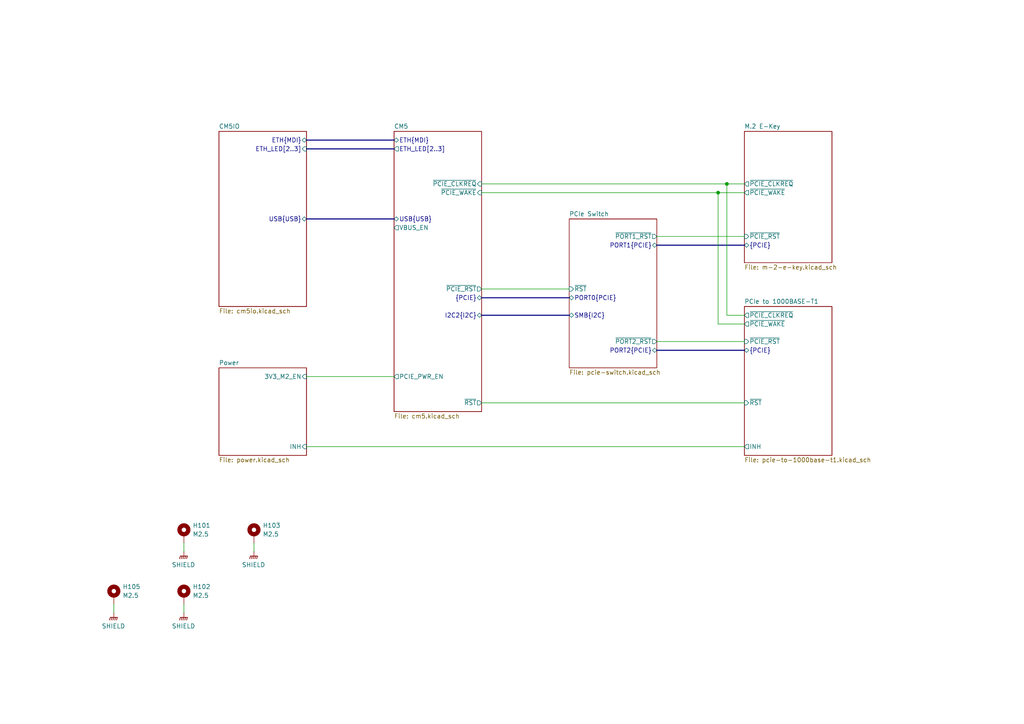
<source format=kicad_sch>
(kicad_sch
	(version 20250114)
	(generator "eeschema")
	(generator_version "9.0")
	(uuid "f91ec272-d09a-4038-bbbb-962739a92c51")
	(paper "A4")
	(lib_symbols
		(symbol "Mechanical:MountingHole_Pad"
			(pin_numbers
				(hide yes)
			)
			(pin_names
				(offset 1.016)
				(hide yes)
			)
			(exclude_from_sim yes)
			(in_bom no)
			(on_board yes)
			(property "Reference" "H"
				(at 0 6.35 0)
				(effects
					(font
						(size 1.27 1.27)
					)
				)
			)
			(property "Value" "MountingHole_Pad"
				(at 0 4.445 0)
				(effects
					(font
						(size 1.27 1.27)
					)
				)
			)
			(property "Footprint" ""
				(at 0 0 0)
				(effects
					(font
						(size 1.27 1.27)
					)
					(hide yes)
				)
			)
			(property "Datasheet" "~"
				(at 0 0 0)
				(effects
					(font
						(size 1.27 1.27)
					)
					(hide yes)
				)
			)
			(property "Description" "Mounting Hole with connection"
				(at 0 0 0)
				(effects
					(font
						(size 1.27 1.27)
					)
					(hide yes)
				)
			)
			(property "ki_keywords" "mounting hole"
				(at 0 0 0)
				(effects
					(font
						(size 1.27 1.27)
					)
					(hide yes)
				)
			)
			(property "ki_fp_filters" "MountingHole*Pad*"
				(at 0 0 0)
				(effects
					(font
						(size 1.27 1.27)
					)
					(hide yes)
				)
			)
			(symbol "MountingHole_Pad_0_1"
				(circle
					(center 0 1.27)
					(radius 1.27)
					(stroke
						(width 1.27)
						(type default)
					)
					(fill
						(type none)
					)
				)
			)
			(symbol "MountingHole_Pad_1_1"
				(pin input line
					(at 0 -2.54 90)
					(length 2.54)
					(name "1"
						(effects
							(font
								(size 1.27 1.27)
							)
						)
					)
					(number "1"
						(effects
							(font
								(size 1.27 1.27)
							)
						)
					)
				)
			)
			(embedded_fonts no)
		)
		(symbol "PWR-SYM:SHIELD"
			(power)
			(pin_numbers
				(hide yes)
			)
			(pin_names
				(offset 0)
				(hide yes)
			)
			(exclude_from_sim no)
			(in_bom yes)
			(on_board yes)
			(property "Reference" "#PWR"
				(at 0 -5.08 0)
				(effects
					(font
						(size 1.27 1.27)
					)
					(hide yes)
				)
			)
			(property "Value" "SHIELD"
				(at 0 -3.302 0)
				(effects
					(font
						(size 1.27 1.27)
					)
				)
			)
			(property "Footprint" ""
				(at 0 -1.27 0)
				(effects
					(font
						(size 1.27 1.27)
					)
					(hide yes)
				)
			)
			(property "Datasheet" ""
				(at 0 -1.27 0)
				(effects
					(font
						(size 1.27 1.27)
					)
					(hide yes)
				)
			)
			(property "Description" "Power symbol creates a global label with name \"SHIELD\" , global ground"
				(at 0 0 0)
				(effects
					(font
						(size 1.27 1.27)
					)
					(hide yes)
				)
			)
			(property "ki_keywords" "global ground"
				(at 0 0 0)
				(effects
					(font
						(size 1.27 1.27)
					)
					(hide yes)
				)
			)
			(symbol "SHIELD_0_1"
				(polyline
					(pts
						(xy -1.016 -1.27) (xy -1.27 -2.032) (xy -1.27 -2.032)
					)
					(stroke
						(width 0.2032)
						(type default)
					)
					(fill
						(type none)
					)
				)
				(polyline
					(pts
						(xy -0.508 -1.27) (xy -0.762 -2.032) (xy -0.762 -2.032)
					)
					(stroke
						(width 0.2032)
						(type default)
					)
					(fill
						(type none)
					)
				)
				(polyline
					(pts
						(xy 0 -1.27) (xy 0 0)
					)
					(stroke
						(width 0)
						(type default)
					)
					(fill
						(type none)
					)
				)
				(polyline
					(pts
						(xy 0 -1.27) (xy -0.254 -2.032) (xy -0.254 -2.032)
					)
					(stroke
						(width 0.2032)
						(type default)
					)
					(fill
						(type none)
					)
				)
				(polyline
					(pts
						(xy 0.508 -1.27) (xy 0.254 -2.032) (xy 0.254 -2.032)
					)
					(stroke
						(width 0.2032)
						(type default)
					)
					(fill
						(type none)
					)
				)
				(polyline
					(pts
						(xy 1.016 -1.27) (xy -1.016 -1.27) (xy -1.016 -1.27)
					)
					(stroke
						(width 0.2032)
						(type default)
					)
					(fill
						(type none)
					)
				)
				(polyline
					(pts
						(xy 1.016 -1.27) (xy 0.762 -2.032) (xy 0.762 -2.032) (xy 0.762 -2.032)
					)
					(stroke
						(width 0.2032)
						(type default)
					)
					(fill
						(type none)
					)
				)
			)
			(symbol "SHIELD_1_1"
				(pin power_in line
					(at 0 0 270)
					(length 0)
					(name "~"
						(effects
							(font
								(size 1.27 1.27)
							)
						)
					)
					(number "1"
						(effects
							(font
								(size 1.27 1.27)
							)
						)
					)
				)
			)
			(embedded_fonts no)
		)
	)
	(junction
		(at 210.82 53.34)
		(diameter 0)
		(color 0 0 0 0)
		(uuid "00caaa70-4afa-4008-a63b-d46dc98fa616")
	)
	(junction
		(at 208.28 55.88)
		(diameter 0)
		(color 0 0 0 0)
		(uuid "1c2a7974-d79a-4603-b8d3-99088120a935")
	)
	(wire
		(pts
			(xy 208.28 55.88) (xy 215.9 55.88)
		)
		(stroke
			(width 0)
			(type default)
		)
		(uuid "036ab37a-bb75-4910-b49f-5604c2f7c7c6")
	)
	(wire
		(pts
			(xy 139.7 83.82) (xy 165.1 83.82)
		)
		(stroke
			(width 0)
			(type default)
		)
		(uuid "0d972d24-0955-4aef-bfdd-03fd97e081d3")
	)
	(wire
		(pts
			(xy 53.34 157.48) (xy 53.34 160.02)
		)
		(stroke
			(width 0)
			(type default)
		)
		(uuid "1a5890be-0e15-4af0-8163-7be6d6050c54")
	)
	(bus
		(pts
			(xy 139.7 86.36) (xy 165.1 86.36)
		)
		(stroke
			(width 0)
			(type default)
		)
		(uuid "20280898-e4f7-4df9-9a07-08e74a0e5e50")
	)
	(bus
		(pts
			(xy 88.9 40.64) (xy 114.3 40.64)
		)
		(stroke
			(width 0)
			(type default)
		)
		(uuid "20da2f6b-bc9b-4b8e-93cf-25b421b26551")
	)
	(wire
		(pts
			(xy 33.02 175.26) (xy 33.02 177.8)
		)
		(stroke
			(width 0)
			(type default)
		)
		(uuid "2391b887-e0b5-44d4-92d2-2b43ffe7d87d")
	)
	(bus
		(pts
			(xy 88.9 63.5) (xy 114.3 63.5)
		)
		(stroke
			(width 0)
			(type default)
		)
		(uuid "279ebcfe-3034-4598-a4f2-1da06da2ce35")
	)
	(bus
		(pts
			(xy 88.9 43.18) (xy 114.3 43.18)
		)
		(stroke
			(width 0)
			(type default)
		)
		(uuid "34197787-48e1-404a-9ab2-dfc6d6131e63")
	)
	(wire
		(pts
			(xy 139.7 116.84) (xy 215.9 116.84)
		)
		(stroke
			(width 0)
			(type default)
		)
		(uuid "40b40c8d-83cf-4b9b-a232-e3c9df62cb68")
	)
	(wire
		(pts
			(xy 139.7 53.34) (xy 210.82 53.34)
		)
		(stroke
			(width 0)
			(type default)
		)
		(uuid "4320d526-1962-49d2-b1eb-3e82d11b3d88")
	)
	(wire
		(pts
			(xy 190.5 68.58) (xy 215.9 68.58)
		)
		(stroke
			(width 0)
			(type default)
		)
		(uuid "598b42a8-f472-48bd-a5fe-857c01af33ce")
	)
	(wire
		(pts
			(xy 208.28 55.88) (xy 208.28 93.98)
		)
		(stroke
			(width 0)
			(type default)
		)
		(uuid "5991fdb7-72f3-4cc7-887b-7f82c55de478")
	)
	(bus
		(pts
			(xy 139.7 91.44) (xy 165.1 91.44)
		)
		(stroke
			(width 0)
			(type default)
		)
		(uuid "5f6247b2-a84e-48e8-8a67-7ecec2a6efdb")
	)
	(wire
		(pts
			(xy 215.9 93.98) (xy 208.28 93.98)
		)
		(stroke
			(width 0)
			(type default)
		)
		(uuid "78ed1d3b-7ac8-4c50-b2d0-ca3ff66a0ab5")
	)
	(wire
		(pts
			(xy 88.9 109.22) (xy 114.3 109.22)
		)
		(stroke
			(width 0)
			(type default)
		)
		(uuid "796f17a7-299b-4236-8310-165e7643dcec")
	)
	(wire
		(pts
			(xy 210.82 91.44) (xy 210.82 53.34)
		)
		(stroke
			(width 0)
			(type default)
		)
		(uuid "81532308-30ba-49dc-8b6e-58ed12fb59a3")
	)
	(bus
		(pts
			(xy 190.5 101.6) (xy 215.9 101.6)
		)
		(stroke
			(width 0)
			(type default)
		)
		(uuid "8959948c-f218-4079-bd3f-c0ac701905f7")
	)
	(wire
		(pts
			(xy 215.9 91.44) (xy 210.82 91.44)
		)
		(stroke
			(width 0)
			(type default)
		)
		(uuid "9ec69d1b-4fd8-4f38-89f9-5874cc850266")
	)
	(wire
		(pts
			(xy 53.34 175.26) (xy 53.34 177.8)
		)
		(stroke
			(width 0)
			(type default)
		)
		(uuid "a11059c2-14a3-4900-a5b1-e80241901760")
	)
	(bus
		(pts
			(xy 190.5 71.12) (xy 215.9 71.12)
		)
		(stroke
			(width 0)
			(type default)
		)
		(uuid "a8140ade-5c37-41b0-8bbc-c81e745a7ca0")
	)
	(wire
		(pts
			(xy 73.66 157.48) (xy 73.66 160.02)
		)
		(stroke
			(width 0)
			(type default)
		)
		(uuid "ba767246-6dbb-4f11-bbc5-720a175aa287")
	)
	(wire
		(pts
			(xy 190.5 99.06) (xy 215.9 99.06)
		)
		(stroke
			(width 0)
			(type default)
		)
		(uuid "d9445dcc-ae84-48db-acb6-6d6741c18265")
	)
	(wire
		(pts
			(xy 88.9 129.54) (xy 215.9 129.54)
		)
		(stroke
			(width 0)
			(type default)
		)
		(uuid "e067e56d-8177-42bb-b50b-8098f65fe33f")
	)
	(wire
		(pts
			(xy 210.82 53.34) (xy 215.9 53.34)
		)
		(stroke
			(width 0)
			(type default)
		)
		(uuid "f8641eda-1418-4ab7-b769-1fb6be2f0e17")
	)
	(wire
		(pts
			(xy 139.7 55.88) (xy 208.28 55.88)
		)
		(stroke
			(width 0)
			(type default)
		)
		(uuid "fd5950d1-ba66-4f53-9d25-b5966b90467a")
	)
	(symbol
		(lib_id "Mechanical:MountingHole_Pad")
		(at 53.34 154.94 0)
		(unit 1)
		(exclude_from_sim no)
		(in_bom no)
		(on_board yes)
		(dnp no)
		(fields_autoplaced yes)
		(uuid "6c926a08-cafa-4580-bd45-b31e57b610b6")
		(property "Reference" "H101"
			(at 55.88 152.3999 0)
			(effects
				(font
					(size 1.27 1.27)
				)
				(justify left)
			)
		)
		(property "Value" "M2.5"
			(at 55.88 154.9399 0)
			(effects
				(font
					(size 1.27 1.27)
				)
				(justify left)
			)
		)
		(property "Footprint" "MountingHole:MountingHole_2.7mm_M2.5_Pad"
			(at 53.34 154.94 0)
			(effects
				(font
					(size 1.27 1.27)
				)
				(hide yes)
			)
		)
		(property "Datasheet" "~"
			(at 53.34 154.94 0)
			(effects
				(font
					(size 1.27 1.27)
				)
				(hide yes)
			)
		)
		(property "Description" "Mounting Hole with connection"
			(at 53.34 154.94 0)
			(effects
				(font
					(size 1.27 1.27)
				)
				(hide yes)
			)
		)
		(pin "1"
			(uuid "9f7931bb-0044-43d6-9a53-98b60be01467")
		)
		(instances
			(project "jabr-control-v1"
				(path "/f91ec272-d09a-4038-bbbb-962739a92c51"
					(reference "H101")
					(unit 1)
				)
			)
		)
	)
	(symbol
		(lib_id "PWR-SYM:SHIELD")
		(at 73.66 160.02 0)
		(unit 1)
		(exclude_from_sim no)
		(in_bom yes)
		(on_board yes)
		(dnp no)
		(fields_autoplaced yes)
		(uuid "75aec437-9824-4483-ac07-c432347cd07b")
		(property "Reference" "#PWR0107"
			(at 73.66 165.1 0)
			(effects
				(font
					(size 1.27 1.27)
				)
				(hide yes)
			)
		)
		(property "Value" "SHIELD"
			(at 73.533 163.83 0)
			(effects
				(font
					(size 1.27 1.27)
				)
			)
		)
		(property "Footprint" ""
			(at 73.66 161.29 0)
			(effects
				(font
					(size 1.27 1.27)
				)
				(hide yes)
			)
		)
		(property "Datasheet" ""
			(at 73.66 161.29 0)
			(effects
				(font
					(size 1.27 1.27)
				)
				(hide yes)
			)
		)
		(property "Description" "Power symbol creates a global label with name \"SHIELD\" , global ground"
			(at 73.66 160.02 0)
			(effects
				(font
					(size 1.27 1.27)
				)
				(hide yes)
			)
		)
		(pin "1"
			(uuid "cf3b0609-b27c-44b0-a895-11e11c2a5336")
		)
		(instances
			(project "jabr-control-v1"
				(path "/f91ec272-d09a-4038-bbbb-962739a92c51"
					(reference "#PWR0107")
					(unit 1)
				)
			)
		)
	)
	(symbol
		(lib_id "Mechanical:MountingHole_Pad")
		(at 53.34 172.72 0)
		(unit 1)
		(exclude_from_sim no)
		(in_bom no)
		(on_board yes)
		(dnp no)
		(fields_autoplaced yes)
		(uuid "9fda8472-93fe-444d-ab3b-827613d33fac")
		(property "Reference" "H102"
			(at 55.88 170.1799 0)
			(effects
				(font
					(size 1.27 1.27)
				)
				(justify left)
			)
		)
		(property "Value" "M2.5"
			(at 55.88 172.7199 0)
			(effects
				(font
					(size 1.27 1.27)
				)
				(justify left)
			)
		)
		(property "Footprint" "MountingHole:MountingHole_2.7mm_M2.5_Pad"
			(at 53.34 172.72 0)
			(effects
				(font
					(size 1.27 1.27)
				)
				(hide yes)
			)
		)
		(property "Datasheet" "~"
			(at 53.34 172.72 0)
			(effects
				(font
					(size 1.27 1.27)
				)
				(hide yes)
			)
		)
		(property "Description" "Mounting Hole with connection"
			(at 53.34 172.72 0)
			(effects
				(font
					(size 1.27 1.27)
				)
				(hide yes)
			)
		)
		(pin "1"
			(uuid "0b03b2c2-6acb-4e9e-b452-e76753e92ca9")
		)
		(instances
			(project "jabr-control-v1"
				(path "/f91ec272-d09a-4038-bbbb-962739a92c51"
					(reference "H102")
					(unit 1)
				)
			)
		)
	)
	(symbol
		(lib_id "Mechanical:MountingHole_Pad")
		(at 33.02 172.72 0)
		(unit 1)
		(exclude_from_sim no)
		(in_bom no)
		(on_board yes)
		(dnp no)
		(fields_autoplaced yes)
		(uuid "b5f5c1b1-8157-4837-b073-5f2ed3875d1d")
		(property "Reference" "H105"
			(at 35.56 170.1799 0)
			(effects
				(font
					(size 1.27 1.27)
				)
				(justify left)
			)
		)
		(property "Value" "M2.5"
			(at 35.56 172.7199 0)
			(effects
				(font
					(size 1.27 1.27)
				)
				(justify left)
			)
		)
		(property "Footprint" "MountingHole:MountingHole_2.7mm_M2.5_Pad"
			(at 33.02 172.72 0)
			(effects
				(font
					(size 1.27 1.27)
				)
				(hide yes)
			)
		)
		(property "Datasheet" "~"
			(at 33.02 172.72 0)
			(effects
				(font
					(size 1.27 1.27)
				)
				(hide yes)
			)
		)
		(property "Description" "Mounting Hole with connection"
			(at 33.02 172.72 0)
			(effects
				(font
					(size 1.27 1.27)
				)
				(hide yes)
			)
		)
		(pin "1"
			(uuid "36181cc1-53cf-425a-9cbe-9c678c58d601")
		)
		(instances
			(project "jabr-control-v1"
				(path "/f91ec272-d09a-4038-bbbb-962739a92c51"
					(reference "H105")
					(unit 1)
				)
			)
		)
	)
	(symbol
		(lib_id "PWR-SYM:SHIELD")
		(at 53.34 177.8 0)
		(unit 1)
		(exclude_from_sim no)
		(in_bom yes)
		(on_board yes)
		(dnp no)
		(fields_autoplaced yes)
		(uuid "bb1bfb6c-dd93-486b-a86d-d238d19a96ea")
		(property "Reference" "#PWR0106"
			(at 53.34 182.88 0)
			(effects
				(font
					(size 1.27 1.27)
				)
				(hide yes)
			)
		)
		(property "Value" "SHIELD"
			(at 53.213 181.61 0)
			(effects
				(font
					(size 1.27 1.27)
				)
			)
		)
		(property "Footprint" ""
			(at 53.34 179.07 0)
			(effects
				(font
					(size 1.27 1.27)
				)
				(hide yes)
			)
		)
		(property "Datasheet" ""
			(at 53.34 179.07 0)
			(effects
				(font
					(size 1.27 1.27)
				)
				(hide yes)
			)
		)
		(property "Description" "Power symbol creates a global label with name \"SHIELD\" , global ground"
			(at 53.34 177.8 0)
			(effects
				(font
					(size 1.27 1.27)
				)
				(hide yes)
			)
		)
		(pin "1"
			(uuid "4757c122-5560-465e-a6f1-9ced3d7348df")
		)
		(instances
			(project "jabr-control-v1"
				(path "/f91ec272-d09a-4038-bbbb-962739a92c51"
					(reference "#PWR0106")
					(unit 1)
				)
			)
		)
	)
	(symbol
		(lib_id "PWR-SYM:SHIELD")
		(at 33.02 177.8 0)
		(unit 1)
		(exclude_from_sim no)
		(in_bom yes)
		(on_board yes)
		(dnp no)
		(fields_autoplaced yes)
		(uuid "d0991403-8c23-4a98-800e-9a0caca9955c")
		(property "Reference" "#PWR0101"
			(at 33.02 182.88 0)
			(effects
				(font
					(size 1.27 1.27)
				)
				(hide yes)
			)
		)
		(property "Value" "SHIELD"
			(at 32.893 181.61 0)
			(effects
				(font
					(size 1.27 1.27)
				)
			)
		)
		(property "Footprint" ""
			(at 33.02 179.07 0)
			(effects
				(font
					(size 1.27 1.27)
				)
				(hide yes)
			)
		)
		(property "Datasheet" ""
			(at 33.02 179.07 0)
			(effects
				(font
					(size 1.27 1.27)
				)
				(hide yes)
			)
		)
		(property "Description" "Power symbol creates a global label with name \"SHIELD\" , global ground"
			(at 33.02 177.8 0)
			(effects
				(font
					(size 1.27 1.27)
				)
				(hide yes)
			)
		)
		(pin "1"
			(uuid "cdfb2bff-aec8-466f-8546-ab7f606cc926")
		)
		(instances
			(project "jabr-control-v1"
				(path "/f91ec272-d09a-4038-bbbb-962739a92c51"
					(reference "#PWR0101")
					(unit 1)
				)
			)
		)
	)
	(symbol
		(lib_id "PWR-SYM:SHIELD")
		(at 53.34 160.02 0)
		(unit 1)
		(exclude_from_sim no)
		(in_bom yes)
		(on_board yes)
		(dnp no)
		(fields_autoplaced yes)
		(uuid "dbf03e5b-f3b1-4134-a5a8-3a76ff37c23c")
		(property "Reference" "#PWR0105"
			(at 53.34 165.1 0)
			(effects
				(font
					(size 1.27 1.27)
				)
				(hide yes)
			)
		)
		(property "Value" "SHIELD"
			(at 53.213 163.83 0)
			(effects
				(font
					(size 1.27 1.27)
				)
			)
		)
		(property "Footprint" ""
			(at 53.34 161.29 0)
			(effects
				(font
					(size 1.27 1.27)
				)
				(hide yes)
			)
		)
		(property "Datasheet" ""
			(at 53.34 161.29 0)
			(effects
				(font
					(size 1.27 1.27)
				)
				(hide yes)
			)
		)
		(property "Description" "Power symbol creates a global label with name \"SHIELD\" , global ground"
			(at 53.34 160.02 0)
			(effects
				(font
					(size 1.27 1.27)
				)
				(hide yes)
			)
		)
		(pin "1"
			(uuid "9e9a954d-1ba9-478b-9207-1a25f6386114")
		)
		(instances
			(project "jabr-control-v1"
				(path "/f91ec272-d09a-4038-bbbb-962739a92c51"
					(reference "#PWR0105")
					(unit 1)
				)
			)
		)
	)
	(symbol
		(lib_id "Mechanical:MountingHole_Pad")
		(at 73.66 154.94 0)
		(unit 1)
		(exclude_from_sim no)
		(in_bom no)
		(on_board yes)
		(dnp no)
		(fields_autoplaced yes)
		(uuid "f78daabb-ecf9-4f1c-9858-71787fa41a84")
		(property "Reference" "H103"
			(at 76.2 152.3999 0)
			(effects
				(font
					(size 1.27 1.27)
				)
				(justify left)
			)
		)
		(property "Value" "M2.5"
			(at 76.2 154.9399 0)
			(effects
				(font
					(size 1.27 1.27)
				)
				(justify left)
			)
		)
		(property "Footprint" "MountingHole:MountingHole_2.7mm_M2.5_Pad"
			(at 73.66 154.94 0)
			(effects
				(font
					(size 1.27 1.27)
				)
				(hide yes)
			)
		)
		(property "Datasheet" "~"
			(at 73.66 154.94 0)
			(effects
				(font
					(size 1.27 1.27)
				)
				(hide yes)
			)
		)
		(property "Description" "Mounting Hole with connection"
			(at 73.66 154.94 0)
			(effects
				(font
					(size 1.27 1.27)
				)
				(hide yes)
			)
		)
		(pin "1"
			(uuid "f5c715d5-9cf1-46db-8f07-ae324f0293e8")
		)
		(instances
			(project "jabr-control-v1"
				(path "/f91ec272-d09a-4038-bbbb-962739a92c51"
					(reference "H103")
					(unit 1)
				)
			)
		)
	)
	(sheet
		(at 215.9 38.1)
		(size 25.4 38.1)
		(exclude_from_sim no)
		(in_bom yes)
		(on_board yes)
		(dnp no)
		(fields_autoplaced yes)
		(stroke
			(width 0.1524)
			(type solid)
		)
		(fill
			(color 0 0 0 0.0000)
		)
		(uuid "1d5b5326-5e18-44b7-8507-f118df052f59")
		(property "Sheetname" "M.2 E-Key"
			(at 215.9 37.3884 0)
			(effects
				(font
					(size 1.27 1.27)
				)
				(justify left bottom)
			)
		)
		(property "Sheetfile" "m-2-e-key.kicad_sch"
			(at 215.9 76.7846 0)
			(effects
				(font
					(size 1.27 1.27)
				)
				(justify left top)
			)
		)
		(pin "{PCIE}" bidirectional
			(at 215.9 71.12 180)
			(uuid "c73b9134-93a4-4e2d-a261-f972b47ebe40")
			(effects
				(font
					(size 1.27 1.27)
				)
				(justify left)
			)
		)
		(pin "~{PCIE_RST}" input
			(at 215.9 68.58 180)
			(uuid "fc5eced7-c5b5-4f70-b76f-c5493af9f730")
			(effects
				(font
					(size 1.27 1.27)
				)
				(justify left)
			)
		)
		(pin "~{PCIE_WAKE}" output
			(at 215.9 55.88 180)
			(uuid "8f1b9aae-c501-4c44-9c35-3ea57c272ac6")
			(effects
				(font
					(size 1.27 1.27)
				)
				(justify left)
			)
		)
		(pin "~{PCIE_CLKREQ}" output
			(at 215.9 53.34 180)
			(uuid "456508f3-2419-4e3f-87c7-7afeeff960b9")
			(effects
				(font
					(size 1.27 1.27)
				)
				(justify left)
			)
		)
		(instances
			(project "jabr-control-v1"
				(path "/f91ec272-d09a-4038-bbbb-962739a92c51"
					(page "4")
				)
			)
		)
	)
	(sheet
		(at 215.9 88.9)
		(size 25.4 43.18)
		(exclude_from_sim no)
		(in_bom yes)
		(on_board yes)
		(dnp no)
		(fields_autoplaced yes)
		(stroke
			(width 0.1524)
			(type solid)
		)
		(fill
			(color 0 0 0 0.0000)
		)
		(uuid "3124e188-7d93-47d9-82c9-cb765ca396d3")
		(property "Sheetname" "PCIe to 1000BASE-T1"
			(at 215.9 88.1884 0)
			(effects
				(font
					(size 1.27 1.27)
				)
				(justify left bottom)
			)
		)
		(property "Sheetfile" "pcie-to-1000base-t1.kicad_sch"
			(at 215.9 132.6646 0)
			(effects
				(font
					(size 1.27 1.27)
				)
				(justify left top)
			)
		)
		(pin "{PCIE}" bidirectional
			(at 215.9 101.6 180)
			(uuid "e5ae1406-eb19-4124-9cd7-fe19d06781e8")
			(effects
				(font
					(size 1.27 1.27)
				)
				(justify left)
			)
		)
		(pin "~{PCIE_CLKREQ}" output
			(at 215.9 91.44 180)
			(uuid "e89beca8-a2fc-44d8-a65e-ffa9784d89cb")
			(effects
				(font
					(size 1.27 1.27)
				)
				(justify left)
			)
		)
		(pin "~{PCIE_WAKE}" output
			(at 215.9 93.98 180)
			(uuid "3f86c4ab-ab17-4d54-bebf-51c0188fa0bd")
			(effects
				(font
					(size 1.27 1.27)
				)
				(justify left)
			)
		)
		(pin "~{PCIE_RST}" input
			(at 215.9 99.06 180)
			(uuid "7cb925b0-4df3-4bae-be76-5038b11c1735")
			(effects
				(font
					(size 1.27 1.27)
				)
				(justify left)
			)
		)
		(pin "~{RST}" input
			(at 215.9 116.84 180)
			(uuid "5015e4a4-62a9-4d76-aa2d-143caf205aa8")
			(effects
				(font
					(size 1.27 1.27)
				)
				(justify left)
			)
		)
		(pin "INH" output
			(at 215.9 129.54 180)
			(uuid "cfd24134-0593-4cb4-9aa6-a9af046aca31")
			(effects
				(font
					(size 1.27 1.27)
				)
				(justify left)
			)
		)
		(instances
			(project "jabr-control-v1"
				(path "/f91ec272-d09a-4038-bbbb-962739a92c51"
					(page "11")
				)
			)
		)
	)
	(sheet
		(at 63.5 106.68)
		(size 25.4 25.4)
		(exclude_from_sim no)
		(in_bom yes)
		(on_board yes)
		(dnp no)
		(fields_autoplaced yes)
		(stroke
			(width 0.1524)
			(type solid)
		)
		(fill
			(color 0 0 0 0.0000)
		)
		(uuid "3f551047-3bb0-4f63-99e0-34fd9061d844")
		(property "Sheetname" "Power"
			(at 63.5 105.9684 0)
			(effects
				(font
					(size 1.27 1.27)
				)
				(justify left bottom)
			)
		)
		(property "Sheetfile" "power.kicad_sch"
			(at 63.5 132.6646 0)
			(effects
				(font
					(size 1.27 1.27)
				)
				(justify left top)
			)
		)
		(pin "3V3_M2_EN" input
			(at 88.9 109.22 0)
			(uuid "4d46a761-13db-41d7-8a4a-5d8a484a1fa0")
			(effects
				(font
					(size 1.27 1.27)
				)
				(justify right)
			)
		)
		(pin "INH" input
			(at 88.9 129.54 0)
			(uuid "db598e01-6d84-4c76-a563-de85668baf8c")
			(effects
				(font
					(size 1.27 1.27)
				)
				(justify right)
			)
		)
		(instances
			(project "jabr-control-v1"
				(path "/f91ec272-d09a-4038-bbbb-962739a92c51"
					(page "9")
				)
			)
		)
	)
	(sheet
		(at 165.1 63.5)
		(size 25.4 43.18)
		(exclude_from_sim no)
		(in_bom yes)
		(on_board yes)
		(dnp no)
		(fields_autoplaced yes)
		(stroke
			(width 0.1524)
			(type solid)
		)
		(fill
			(color 0 0 0 0.0000)
		)
		(uuid "5b6fcd2f-5b5d-4692-aafc-a1fc45c87a5b")
		(property "Sheetname" "PCIe Switch"
			(at 165.1 62.7884 0)
			(effects
				(font
					(size 1.27 1.27)
				)
				(justify left bottom)
			)
		)
		(property "Sheetfile" "pcie-switch.kicad_sch"
			(at 165.1 107.2646 0)
			(effects
				(font
					(size 1.27 1.27)
				)
				(justify left top)
			)
		)
		(pin "PORT0{PCIE}" bidirectional
			(at 165.1 86.36 180)
			(uuid "e25349fe-b634-4b66-adbe-71aa2fccfe20")
			(effects
				(font
					(size 1.27 1.27)
				)
				(justify left)
			)
		)
		(pin "PORT1{PCIE}" bidirectional
			(at 190.5 71.12 0)
			(uuid "eca74e7e-781c-4b99-b3c7-cb42f02622c2")
			(effects
				(font
					(size 1.27 1.27)
				)
				(justify right)
			)
		)
		(pin "PORT2{PCIE}" bidirectional
			(at 190.5 101.6 0)
			(uuid "1a9314ef-3dc5-4350-9a0b-91b7af2a4e7d")
			(effects
				(font
					(size 1.27 1.27)
				)
				(justify right)
			)
		)
		(pin "~{PORT1_RST}" output
			(at 190.5 68.58 0)
			(uuid "33af4072-9858-44a5-80bb-60dbd484761b")
			(effects
				(font
					(size 1.27 1.27)
				)
				(justify right)
			)
		)
		(pin "~{PORT2_RST}" output
			(at 190.5 99.06 0)
			(uuid "307070af-333f-4583-a683-392fac4d0c36")
			(effects
				(font
					(size 1.27 1.27)
				)
				(justify right)
			)
		)
		(pin "~{RST}" input
			(at 165.1 83.82 180)
			(uuid "f503a7df-e944-4c14-874a-2ea975ee8a06")
			(effects
				(font
					(size 1.27 1.27)
				)
				(justify left)
			)
		)
		(pin "SMB{I2C}" bidirectional
			(at 165.1 91.44 180)
			(uuid "fa452d8a-ea56-4096-b52a-2c0b27805580")
			(effects
				(font
					(size 1.27 1.27)
				)
				(justify left)
			)
		)
		(instances
			(project "jabr-control-v1"
				(path "/f91ec272-d09a-4038-bbbb-962739a92c51"
					(page "3")
				)
			)
		)
	)
	(sheet
		(at 114.3 38.1)
		(size 25.4 81.28)
		(exclude_from_sim no)
		(in_bom yes)
		(on_board yes)
		(dnp no)
		(fields_autoplaced yes)
		(stroke
			(width 0.1524)
			(type solid)
		)
		(fill
			(color 0 0 0 0.0000)
		)
		(uuid "6befb881-6ab4-49eb-a195-35f4f02473c7")
		(property "Sheetname" "CM5"
			(at 114.3 37.3884 0)
			(effects
				(font
					(size 1.27 1.27)
				)
				(justify left bottom)
			)
		)
		(property "Sheetfile" "cm5.kicad_sch"
			(at 114.3 119.9646 0)
			(effects
				(font
					(size 1.27 1.27)
				)
				(justify left top)
			)
		)
		(pin "{PCIE}" bidirectional
			(at 139.7 86.36 0)
			(uuid "4df17612-f77c-4b64-abd1-6b96c94ade48")
			(effects
				(font
					(size 1.27 1.27)
				)
				(justify right)
			)
		)
		(pin "~{PCIE_CLKREQ}" input
			(at 139.7 53.34 0)
			(uuid "f8984c03-25cc-4ff1-9d3a-09490db0de04")
			(effects
				(font
					(size 1.27 1.27)
				)
				(justify right)
			)
		)
		(pin "~{PCIE_RST}" output
			(at 139.7 83.82 0)
			(uuid "9f3ad3ec-e8e4-4f90-a6d6-2068340dab46")
			(effects
				(font
					(size 1.27 1.27)
				)
				(justify right)
			)
		)
		(pin "PCIE_PWR_EN" output
			(at 114.3 109.22 180)
			(uuid "905c75a8-4708-47ec-b4f2-84c9ad8fc59d")
			(effects
				(font
					(size 1.27 1.27)
				)
				(justify left)
			)
		)
		(pin "~{PCIE_WAKE}" input
			(at 139.7 55.88 0)
			(uuid "07fa324e-e543-4e63-8fc8-37b87ad575ec")
			(effects
				(font
					(size 1.27 1.27)
				)
				(justify right)
			)
		)
		(pin "ETH_LED[2..3]" output
			(at 114.3 43.18 180)
			(uuid "2fcf9ae6-0f94-4a4d-86e7-28694c2a4946")
			(effects
				(font
					(size 1.27 1.27)
				)
				(justify left)
			)
		)
		(pin "ETH{MDI}" bidirectional
			(at 114.3 40.64 180)
			(uuid "85cc4cc7-1ad9-4bd7-b858-b6568f0f2c26")
			(effects
				(font
					(size 1.27 1.27)
				)
				(justify left)
			)
		)
		(pin "USB{USB}" bidirectional
			(at 114.3 63.5 180)
			(uuid "817c6da3-49c2-4b04-b5e5-c532c4249467")
			(effects
				(font
					(size 1.27 1.27)
				)
				(justify left)
			)
		)
		(pin "VBUS_EN" output
			(at 114.3 66.04 180)
			(uuid "112ded3d-50eb-42d8-a6de-9cc254d33475")
			(effects
				(font
					(size 1.27 1.27)
				)
				(justify left)
			)
		)
		(pin "~{RST}" output
			(at 139.7 116.84 0)
			(uuid "74cd55c3-59b9-4c85-8da7-d165325d5227")
			(effects
				(font
					(size 1.27 1.27)
				)
				(justify right)
			)
		)
		(pin "I2C2{I2C}" bidirectional
			(at 139.7 91.44 0)
			(uuid "7e4dc705-e68c-4b7e-912c-e2ef5abd69dc")
			(effects
				(font
					(size 1.27 1.27)
				)
				(justify right)
			)
		)
		(instances
			(project "jabr-control-v1"
				(path "/f91ec272-d09a-4038-bbbb-962739a92c51"
					(page "2")
				)
			)
		)
	)
	(sheet
		(at 63.5 38.1)
		(size 25.4 50.8)
		(exclude_from_sim no)
		(in_bom yes)
		(on_board yes)
		(dnp no)
		(fields_autoplaced yes)
		(stroke
			(width 0.1524)
			(type solid)
		)
		(fill
			(color 0 0 0 0.0000)
		)
		(uuid "adc0b005-3094-4656-96e7-4ee9fb2ab719")
		(property "Sheetname" "CM5IO"
			(at 63.5 37.3884 0)
			(effects
				(font
					(size 1.27 1.27)
				)
				(justify left bottom)
			)
		)
		(property "Sheetfile" "cm5io.kicad_sch"
			(at 63.5 89.4846 0)
			(effects
				(font
					(size 1.27 1.27)
				)
				(justify left top)
			)
		)
		(pin "ETH_LED[2..3]" input
			(at 88.9 43.18 0)
			(uuid "63dfdccb-f8a5-4543-ab8b-4c0aa068d43b")
			(effects
				(font
					(size 1.27 1.27)
				)
				(justify right)
			)
		)
		(pin "ETH{MDI}" bidirectional
			(at 88.9 40.64 0)
			(uuid "8e47ab3e-c146-4b4a-9b6e-1ef9426ee7cd")
			(effects
				(font
					(size 1.27 1.27)
				)
				(justify right)
			)
		)
		(pin "USB{USB}" bidirectional
			(at 88.9 63.5 0)
			(uuid "e4b39588-3275-4772-866a-2e5275500a98")
			(effects
				(font
					(size 1.27 1.27)
				)
				(justify right)
			)
		)
		(instances
			(project "jabr-control-v1"
				(path "/f91ec272-d09a-4038-bbbb-962739a92c51"
					(page "10")
				)
			)
		)
	)
	(sheet_instances
		(path "/"
			(page "1")
		)
	)
	(embedded_fonts no)
)

</source>
